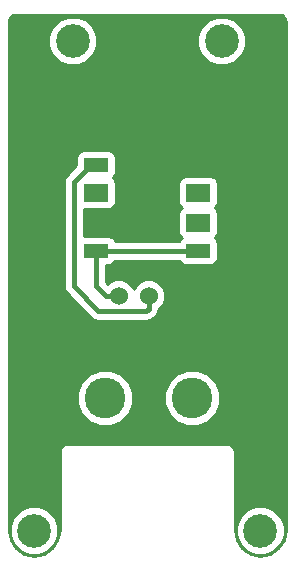
<source format=gbr>
G04 #@! TF.FileFunction,Copper,L1,Top,Signal*
%FSLAX46Y46*%
G04 Gerber Fmt 4.6, Leading zero omitted, Abs format (unit mm)*
G04 Created by KiCad (PCBNEW 4.0.7) date 03/27/18 18:56:06*
%MOMM*%
%LPD*%
G01*
G04 APERTURE LIST*
%ADD10C,0.100000*%
%ADD11C,2.844800*%
%ADD12R,2.032000X1.168400*%
%ADD13R,2.032000X1.524000*%
%ADD14C,3.450000*%
%ADD15C,1.524000*%
%ADD16C,0.406400*%
%ADD17C,0.254000*%
G04 APERTURE END LIST*
D10*
D11*
X136474200Y-25400000D03*
X123875800Y-25400000D03*
X139750800Y-66852800D03*
D12*
X125857000Y-35892740D03*
D13*
X125857000Y-38254940D03*
X125857000Y-40794940D03*
D12*
X125857000Y-43157140D03*
X134493000Y-43157140D03*
D13*
X134493000Y-40794940D03*
X134493000Y-38254940D03*
D12*
X134493000Y-35892740D03*
D14*
X133987000Y-55630000D03*
D15*
X132842000Y-46990000D03*
X130302000Y-46990000D03*
X127762000Y-46990000D03*
D14*
X126617000Y-55630000D03*
D11*
X120599200Y-66852800D03*
D16*
X123952000Y-46177200D02*
X123952000Y-37365940D01*
X123952000Y-37365940D02*
X125425200Y-35892740D01*
X125425200Y-35892740D02*
X125857000Y-35892740D01*
X126034800Y-48260000D02*
X123952000Y-46177200D01*
X130109630Y-48260000D02*
X126034800Y-48260000D01*
X130302000Y-46990000D02*
X130302000Y-48067630D01*
X130302000Y-48067630D02*
X130109630Y-48260000D01*
X127762000Y-46990000D02*
X126684370Y-46990000D01*
X126684370Y-46990000D02*
X125857000Y-46162630D01*
X125857000Y-46162630D02*
X125857000Y-44147740D01*
X125857000Y-44147740D02*
X125857000Y-43157140D01*
X125857000Y-43157140D02*
X134493000Y-43157140D01*
D17*
G36*
X141559979Y-23244478D02*
X141737145Y-23362856D01*
X141855521Y-23540019D01*
X141911000Y-23818931D01*
X141911000Y-66782873D01*
X141733713Y-67674151D01*
X141268457Y-68370457D01*
X140572151Y-68835713D01*
X139750798Y-68999090D01*
X138929449Y-68835713D01*
X138233143Y-68370457D01*
X137767887Y-67674151D01*
X137685557Y-67260247D01*
X137693044Y-67260247D01*
X138005604Y-68016701D01*
X138583855Y-68595962D01*
X139339762Y-68909842D01*
X140158247Y-68910556D01*
X140914701Y-68597996D01*
X141493962Y-68019745D01*
X141807842Y-67263838D01*
X141808556Y-66445353D01*
X141495996Y-65688899D01*
X140917745Y-65109638D01*
X140161838Y-64795758D01*
X139343353Y-64795044D01*
X138586899Y-65107604D01*
X138007638Y-65685855D01*
X137693758Y-66441762D01*
X137693044Y-67260247D01*
X137685557Y-67260247D01*
X137590600Y-66782869D01*
X137590600Y-60198000D01*
X137536554Y-59926295D01*
X137382646Y-59695954D01*
X137152305Y-59542046D01*
X136880600Y-59488000D01*
X123469400Y-59488000D01*
X123197695Y-59542046D01*
X122967354Y-59695954D01*
X122813446Y-59926295D01*
X122759400Y-60198000D01*
X122759400Y-66782873D01*
X122582113Y-67674151D01*
X122116857Y-68370457D01*
X121420551Y-68835713D01*
X120599198Y-68999090D01*
X119777849Y-68835713D01*
X119081543Y-68370457D01*
X118613569Y-67670083D01*
X118526379Y-67260247D01*
X118541444Y-67260247D01*
X118854004Y-68016701D01*
X119432255Y-68595962D01*
X120188162Y-68909842D01*
X121006647Y-68910556D01*
X121763101Y-68597996D01*
X122342362Y-68019745D01*
X122656242Y-67263838D01*
X122656956Y-66445353D01*
X122344396Y-65688899D01*
X121766145Y-65109638D01*
X121010238Y-64795758D01*
X120191753Y-64795044D01*
X119435299Y-65107604D01*
X118856038Y-65685855D01*
X118542158Y-66441762D01*
X118541444Y-67260247D01*
X118526379Y-67260247D01*
X118439000Y-66849532D01*
X118439000Y-56097373D01*
X124256591Y-56097373D01*
X124615123Y-56965086D01*
X125278422Y-57629544D01*
X126145508Y-57989589D01*
X127084373Y-57990409D01*
X127952086Y-57631877D01*
X128616544Y-56968578D01*
X128976589Y-56101492D01*
X128976592Y-56097373D01*
X131626591Y-56097373D01*
X131985123Y-56965086D01*
X132648422Y-57629544D01*
X133515508Y-57989589D01*
X134454373Y-57990409D01*
X135322086Y-57631877D01*
X135986544Y-56968578D01*
X136346589Y-56101492D01*
X136347409Y-55162627D01*
X135988877Y-54294914D01*
X135325578Y-53630456D01*
X134458492Y-53270411D01*
X133519627Y-53269591D01*
X132651914Y-53628123D01*
X131987456Y-54291422D01*
X131627411Y-55158508D01*
X131626591Y-56097373D01*
X128976592Y-56097373D01*
X128977409Y-55162627D01*
X128618877Y-54294914D01*
X127955578Y-53630456D01*
X127088492Y-53270411D01*
X126149627Y-53269591D01*
X125281914Y-53628123D01*
X124617456Y-54291422D01*
X124257411Y-55158508D01*
X124256591Y-56097373D01*
X118439000Y-56097373D01*
X118439000Y-37365940D01*
X123113800Y-37365940D01*
X123113800Y-46177200D01*
X123177604Y-46497966D01*
X123359303Y-46769897D01*
X125442103Y-48852697D01*
X125714034Y-49034396D01*
X126034800Y-49098200D01*
X130109630Y-49098200D01*
X130430396Y-49034396D01*
X130702327Y-48852697D01*
X130894697Y-48660327D01*
X131076396Y-48388396D01*
X131125416Y-48141955D01*
X131485629Y-47782370D01*
X131698757Y-47269100D01*
X131699242Y-46713339D01*
X131487010Y-46199697D01*
X131094370Y-45806371D01*
X130581100Y-45593243D01*
X130025339Y-45592758D01*
X129511697Y-45804990D01*
X129118371Y-46197630D01*
X129032051Y-46405512D01*
X128947010Y-46199697D01*
X128554370Y-45806371D01*
X128041100Y-45593243D01*
X127485339Y-45592758D01*
X126971697Y-45804990D01*
X126828100Y-45948336D01*
X126695200Y-45815436D01*
X126695200Y-44388780D01*
X126873000Y-44388780D01*
X127108317Y-44344502D01*
X127324441Y-44205430D01*
X127467989Y-43995340D01*
X132885860Y-43995340D01*
X133012910Y-44192781D01*
X133225110Y-44337771D01*
X133477000Y-44388780D01*
X135509000Y-44388780D01*
X135744317Y-44344502D01*
X135960441Y-44205430D01*
X136105431Y-43993230D01*
X136156440Y-43741340D01*
X136156440Y-42572940D01*
X136112162Y-42337623D01*
X135973090Y-42121499D01*
X135891230Y-42065566D01*
X135960441Y-42021030D01*
X136105431Y-41808830D01*
X136156440Y-41556940D01*
X136156440Y-40032940D01*
X136112162Y-39797623D01*
X135973090Y-39581499D01*
X135891230Y-39525566D01*
X135960441Y-39481030D01*
X136105431Y-39268830D01*
X136156440Y-39016940D01*
X136156440Y-37492940D01*
X136112162Y-37257623D01*
X135973090Y-37041499D01*
X135760890Y-36896509D01*
X135509000Y-36845500D01*
X133477000Y-36845500D01*
X133241683Y-36889778D01*
X133025559Y-37028850D01*
X132880569Y-37241050D01*
X132829560Y-37492940D01*
X132829560Y-39016940D01*
X132873838Y-39252257D01*
X133012910Y-39468381D01*
X133094770Y-39524314D01*
X133025559Y-39568850D01*
X132880569Y-39781050D01*
X132829560Y-40032940D01*
X132829560Y-41556940D01*
X132873838Y-41792257D01*
X133012910Y-42008381D01*
X133094770Y-42064314D01*
X133025559Y-42108850D01*
X132882011Y-42318940D01*
X127464140Y-42318940D01*
X127337090Y-42121499D01*
X127124890Y-41976509D01*
X126873000Y-41925500D01*
X124841000Y-41925500D01*
X124790200Y-41935059D01*
X124790200Y-39654093D01*
X124841000Y-39664380D01*
X126873000Y-39664380D01*
X127108317Y-39620102D01*
X127324441Y-39481030D01*
X127469431Y-39268830D01*
X127520440Y-39016940D01*
X127520440Y-37492940D01*
X127476162Y-37257623D01*
X127337090Y-37041499D01*
X127255230Y-36985566D01*
X127324441Y-36941030D01*
X127469431Y-36728830D01*
X127520440Y-36476940D01*
X127520440Y-35308540D01*
X127476162Y-35073223D01*
X127337090Y-34857099D01*
X127124890Y-34712109D01*
X126873000Y-34661100D01*
X124841000Y-34661100D01*
X124605683Y-34705378D01*
X124389559Y-34844450D01*
X124244569Y-35056650D01*
X124193560Y-35308540D01*
X124193560Y-35938986D01*
X123359303Y-36773243D01*
X123177604Y-37045174D01*
X123113800Y-37365940D01*
X118439000Y-37365940D01*
X118439000Y-25807447D01*
X121818044Y-25807447D01*
X122130604Y-26563901D01*
X122708855Y-27143162D01*
X123464762Y-27457042D01*
X124283247Y-27457756D01*
X125039701Y-27145196D01*
X125618962Y-26566945D01*
X125932842Y-25811038D01*
X125932845Y-25807447D01*
X134416444Y-25807447D01*
X134729004Y-26563901D01*
X135307255Y-27143162D01*
X136063162Y-27457042D01*
X136881647Y-27457756D01*
X137638101Y-27145196D01*
X138217362Y-26566945D01*
X138531242Y-25811038D01*
X138531956Y-24992553D01*
X138219396Y-24236099D01*
X137641145Y-23656838D01*
X136885238Y-23342958D01*
X136066753Y-23342244D01*
X135310299Y-23654804D01*
X134731038Y-24233055D01*
X134417158Y-24988962D01*
X134416444Y-25807447D01*
X125932845Y-25807447D01*
X125933556Y-24992553D01*
X125620996Y-24236099D01*
X125042745Y-23656838D01*
X124286838Y-23342958D01*
X123468353Y-23342244D01*
X122711899Y-23654804D01*
X122132638Y-24233055D01*
X121818758Y-24988962D01*
X121818044Y-25807447D01*
X118439000Y-25807447D01*
X118439000Y-23818930D01*
X118494478Y-23540021D01*
X118612856Y-23362855D01*
X118790019Y-23244479D01*
X119068931Y-23189000D01*
X141281070Y-23189000D01*
X141559979Y-23244478D01*
X141559979Y-23244478D01*
G37*
X141559979Y-23244478D02*
X141737145Y-23362856D01*
X141855521Y-23540019D01*
X141911000Y-23818931D01*
X141911000Y-66782873D01*
X141733713Y-67674151D01*
X141268457Y-68370457D01*
X140572151Y-68835713D01*
X139750798Y-68999090D01*
X138929449Y-68835713D01*
X138233143Y-68370457D01*
X137767887Y-67674151D01*
X137685557Y-67260247D01*
X137693044Y-67260247D01*
X138005604Y-68016701D01*
X138583855Y-68595962D01*
X139339762Y-68909842D01*
X140158247Y-68910556D01*
X140914701Y-68597996D01*
X141493962Y-68019745D01*
X141807842Y-67263838D01*
X141808556Y-66445353D01*
X141495996Y-65688899D01*
X140917745Y-65109638D01*
X140161838Y-64795758D01*
X139343353Y-64795044D01*
X138586899Y-65107604D01*
X138007638Y-65685855D01*
X137693758Y-66441762D01*
X137693044Y-67260247D01*
X137685557Y-67260247D01*
X137590600Y-66782869D01*
X137590600Y-60198000D01*
X137536554Y-59926295D01*
X137382646Y-59695954D01*
X137152305Y-59542046D01*
X136880600Y-59488000D01*
X123469400Y-59488000D01*
X123197695Y-59542046D01*
X122967354Y-59695954D01*
X122813446Y-59926295D01*
X122759400Y-60198000D01*
X122759400Y-66782873D01*
X122582113Y-67674151D01*
X122116857Y-68370457D01*
X121420551Y-68835713D01*
X120599198Y-68999090D01*
X119777849Y-68835713D01*
X119081543Y-68370457D01*
X118613569Y-67670083D01*
X118526379Y-67260247D01*
X118541444Y-67260247D01*
X118854004Y-68016701D01*
X119432255Y-68595962D01*
X120188162Y-68909842D01*
X121006647Y-68910556D01*
X121763101Y-68597996D01*
X122342362Y-68019745D01*
X122656242Y-67263838D01*
X122656956Y-66445353D01*
X122344396Y-65688899D01*
X121766145Y-65109638D01*
X121010238Y-64795758D01*
X120191753Y-64795044D01*
X119435299Y-65107604D01*
X118856038Y-65685855D01*
X118542158Y-66441762D01*
X118541444Y-67260247D01*
X118526379Y-67260247D01*
X118439000Y-66849532D01*
X118439000Y-56097373D01*
X124256591Y-56097373D01*
X124615123Y-56965086D01*
X125278422Y-57629544D01*
X126145508Y-57989589D01*
X127084373Y-57990409D01*
X127952086Y-57631877D01*
X128616544Y-56968578D01*
X128976589Y-56101492D01*
X128976592Y-56097373D01*
X131626591Y-56097373D01*
X131985123Y-56965086D01*
X132648422Y-57629544D01*
X133515508Y-57989589D01*
X134454373Y-57990409D01*
X135322086Y-57631877D01*
X135986544Y-56968578D01*
X136346589Y-56101492D01*
X136347409Y-55162627D01*
X135988877Y-54294914D01*
X135325578Y-53630456D01*
X134458492Y-53270411D01*
X133519627Y-53269591D01*
X132651914Y-53628123D01*
X131987456Y-54291422D01*
X131627411Y-55158508D01*
X131626591Y-56097373D01*
X128976592Y-56097373D01*
X128977409Y-55162627D01*
X128618877Y-54294914D01*
X127955578Y-53630456D01*
X127088492Y-53270411D01*
X126149627Y-53269591D01*
X125281914Y-53628123D01*
X124617456Y-54291422D01*
X124257411Y-55158508D01*
X124256591Y-56097373D01*
X118439000Y-56097373D01*
X118439000Y-37365940D01*
X123113800Y-37365940D01*
X123113800Y-46177200D01*
X123177604Y-46497966D01*
X123359303Y-46769897D01*
X125442103Y-48852697D01*
X125714034Y-49034396D01*
X126034800Y-49098200D01*
X130109630Y-49098200D01*
X130430396Y-49034396D01*
X130702327Y-48852697D01*
X130894697Y-48660327D01*
X131076396Y-48388396D01*
X131125416Y-48141955D01*
X131485629Y-47782370D01*
X131698757Y-47269100D01*
X131699242Y-46713339D01*
X131487010Y-46199697D01*
X131094370Y-45806371D01*
X130581100Y-45593243D01*
X130025339Y-45592758D01*
X129511697Y-45804990D01*
X129118371Y-46197630D01*
X129032051Y-46405512D01*
X128947010Y-46199697D01*
X128554370Y-45806371D01*
X128041100Y-45593243D01*
X127485339Y-45592758D01*
X126971697Y-45804990D01*
X126828100Y-45948336D01*
X126695200Y-45815436D01*
X126695200Y-44388780D01*
X126873000Y-44388780D01*
X127108317Y-44344502D01*
X127324441Y-44205430D01*
X127467989Y-43995340D01*
X132885860Y-43995340D01*
X133012910Y-44192781D01*
X133225110Y-44337771D01*
X133477000Y-44388780D01*
X135509000Y-44388780D01*
X135744317Y-44344502D01*
X135960441Y-44205430D01*
X136105431Y-43993230D01*
X136156440Y-43741340D01*
X136156440Y-42572940D01*
X136112162Y-42337623D01*
X135973090Y-42121499D01*
X135891230Y-42065566D01*
X135960441Y-42021030D01*
X136105431Y-41808830D01*
X136156440Y-41556940D01*
X136156440Y-40032940D01*
X136112162Y-39797623D01*
X135973090Y-39581499D01*
X135891230Y-39525566D01*
X135960441Y-39481030D01*
X136105431Y-39268830D01*
X136156440Y-39016940D01*
X136156440Y-37492940D01*
X136112162Y-37257623D01*
X135973090Y-37041499D01*
X135760890Y-36896509D01*
X135509000Y-36845500D01*
X133477000Y-36845500D01*
X133241683Y-36889778D01*
X133025559Y-37028850D01*
X132880569Y-37241050D01*
X132829560Y-37492940D01*
X132829560Y-39016940D01*
X132873838Y-39252257D01*
X133012910Y-39468381D01*
X133094770Y-39524314D01*
X133025559Y-39568850D01*
X132880569Y-39781050D01*
X132829560Y-40032940D01*
X132829560Y-41556940D01*
X132873838Y-41792257D01*
X133012910Y-42008381D01*
X133094770Y-42064314D01*
X133025559Y-42108850D01*
X132882011Y-42318940D01*
X127464140Y-42318940D01*
X127337090Y-42121499D01*
X127124890Y-41976509D01*
X126873000Y-41925500D01*
X124841000Y-41925500D01*
X124790200Y-41935059D01*
X124790200Y-39654093D01*
X124841000Y-39664380D01*
X126873000Y-39664380D01*
X127108317Y-39620102D01*
X127324441Y-39481030D01*
X127469431Y-39268830D01*
X127520440Y-39016940D01*
X127520440Y-37492940D01*
X127476162Y-37257623D01*
X127337090Y-37041499D01*
X127255230Y-36985566D01*
X127324441Y-36941030D01*
X127469431Y-36728830D01*
X127520440Y-36476940D01*
X127520440Y-35308540D01*
X127476162Y-35073223D01*
X127337090Y-34857099D01*
X127124890Y-34712109D01*
X126873000Y-34661100D01*
X124841000Y-34661100D01*
X124605683Y-34705378D01*
X124389559Y-34844450D01*
X124244569Y-35056650D01*
X124193560Y-35308540D01*
X124193560Y-35938986D01*
X123359303Y-36773243D01*
X123177604Y-37045174D01*
X123113800Y-37365940D01*
X118439000Y-37365940D01*
X118439000Y-25807447D01*
X121818044Y-25807447D01*
X122130604Y-26563901D01*
X122708855Y-27143162D01*
X123464762Y-27457042D01*
X124283247Y-27457756D01*
X125039701Y-27145196D01*
X125618962Y-26566945D01*
X125932842Y-25811038D01*
X125932845Y-25807447D01*
X134416444Y-25807447D01*
X134729004Y-26563901D01*
X135307255Y-27143162D01*
X136063162Y-27457042D01*
X136881647Y-27457756D01*
X137638101Y-27145196D01*
X138217362Y-26566945D01*
X138531242Y-25811038D01*
X138531956Y-24992553D01*
X138219396Y-24236099D01*
X137641145Y-23656838D01*
X136885238Y-23342958D01*
X136066753Y-23342244D01*
X135310299Y-23654804D01*
X134731038Y-24233055D01*
X134417158Y-24988962D01*
X134416444Y-25807447D01*
X125932845Y-25807447D01*
X125933556Y-24992553D01*
X125620996Y-24236099D01*
X125042745Y-23656838D01*
X124286838Y-23342958D01*
X123468353Y-23342244D01*
X122711899Y-23654804D01*
X122132638Y-24233055D01*
X121818758Y-24988962D01*
X121818044Y-25807447D01*
X118439000Y-25807447D01*
X118439000Y-23818930D01*
X118494478Y-23540021D01*
X118612856Y-23362855D01*
X118790019Y-23244479D01*
X119068931Y-23189000D01*
X141281070Y-23189000D01*
X141559979Y-23244478D01*
M02*

</source>
